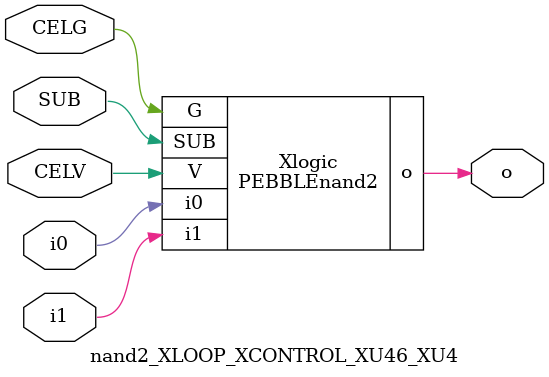
<source format=v>



module PEBBLEnand2 ( o, G, SUB, V, i0, i1 );

  input i0;
  input V;
  input i1;
  input G;
  output o;
  input SUB;
endmodule

//Celera Confidential Do Not Copy nand2_XLOOP_XCONTROL_XU46_XU4
//Celera Confidential Symbol Generator
//5V NAND2
module nand2_XLOOP_XCONTROL_XU46_XU4 (CELV,CELG,i0,i1,o,SUB);
input CELV;
input CELG;
input i0;
input i1;
input SUB;
output o;

//Celera Confidential Do Not Copy nand2
PEBBLEnand2 Xlogic(
.V (CELV),
.i0 (i0),
.i1 (i1),
.o (o),
.SUB (SUB),
.G (CELG)
);
//,diesize,PEBBLEnand2

//Celera Confidential Do Not Copy Module End
//Celera Schematic Generator
endmodule

</source>
